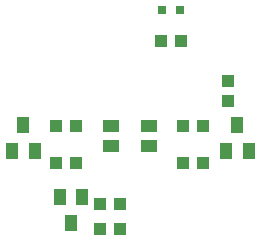
<source format=gbr>
G04 EAGLE Gerber RS-274X export*
G75*
%MOMM*%
%FSLAX34Y34*%
%LPD*%
%INSolderpaste Top*%
%IPPOS*%
%AMOC8*
5,1,8,0,0,1.08239X$1,22.5*%
G01*
%ADD10R,1.100000X1.000000*%
%ADD11R,1.378000X1.080000*%
%ADD12R,1.000000X1.400000*%
%ADD13R,1.000000X1.100000*%
%ADD14R,0.800000X0.800000*%


D10*
X429824Y393954D03*
X429824Y376954D03*
D11*
X330956Y356103D03*
X330956Y339103D03*
X363036Y339103D03*
X363036Y356103D03*
D12*
X296949Y273452D03*
X287449Y295452D03*
X306449Y295452D03*
X438033Y356869D03*
X447533Y334869D03*
X428533Y334869D03*
X256794Y356869D03*
X266294Y334869D03*
X247294Y334869D03*
D13*
X301280Y356366D03*
X284280Y356366D03*
X391873Y356366D03*
X408873Y356366D03*
X338777Y268958D03*
X321777Y268958D03*
X338777Y289837D03*
X321777Y289837D03*
X391873Y324880D03*
X408873Y324880D03*
X301280Y324880D03*
X284280Y324880D03*
D14*
X389369Y453959D03*
X374369Y453959D03*
D13*
X373369Y427608D03*
X390369Y427608D03*
M02*

</source>
